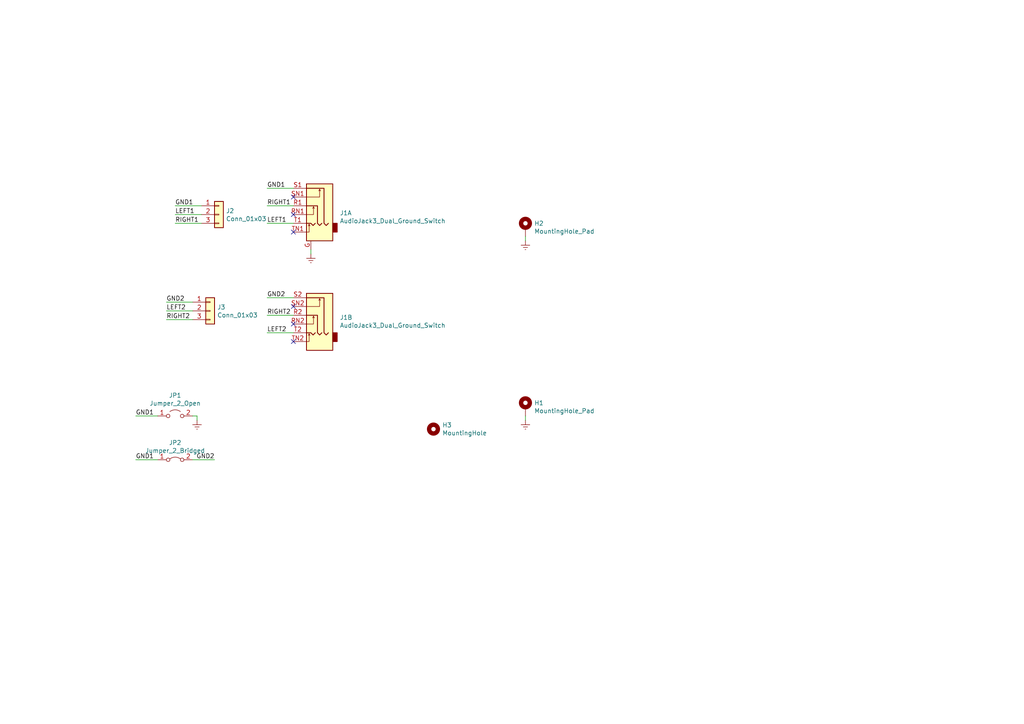
<source format=kicad_sch>
(kicad_sch (version 20211123) (generator eeschema)
  (paper "A4")
  (lib_symbols
    (symbol "Connector:AudioJack3_Dual_Ground_Switch"
      (property "Reference" "J" (at 0 11.43 0))
      (property "Value" "AudioJack3_Dual_Ground_Switch" (at 0 8.89 0))
      (symbol "AudioJack3_Dual_Ground_Switch_0_1"
        (rectangle (start -6.35 -5.08) (end -7.62 -7.62) (stroke (width 0.254)) (fill (type outline)))
        (polyline (pts (xy -2.54 4.826) (xy -2.286 4.318)))
        (polyline (pts (xy -0.762 -0.254) (xy -0.508 -0.762)))
        (polyline (pts (xy 0.508 -5.334) (xy 0.762 -5.842)))
        (polyline (pts (xy 1.27 0) (xy 2.54 0)))
        (polyline (pts (xy 2.54 -5.08) (xy 1.27 -5.08)))
        (polyline (pts (xy 2.54 5.08) (xy 1.27 5.08)))
        (polyline (pts (xy -1.27 -5.08) (xy -0.635 -5.715) (xy 0 -5.08) (xy 1.27 -5.08)) (stroke (width 0.254)))
        (polyline (pts (xy 2.54 -7.62) (xy 0.508 -7.62) (xy 0.508 -5.334) (xy 0.254 -5.842)))
        (polyline (pts (xy 2.54 -2.54) (xy -0.762 -2.54) (xy -0.762 -0.254) (xy -1.016 -0.762)))
        (polyline (pts (xy 2.54 2.54) (xy -2.54 2.54) (xy -2.54 4.826) (xy -2.794 4.318)))
        (polyline (pts (xy -3.175 -5.08) (xy -2.54 -5.715) (xy -1.905 -5.08) (xy -1.905 0) (xy 1.27 0)) (stroke (width 0.254)))
        (polyline (pts (xy 1.27 5.08) (xy -3.81 5.08) (xy -3.81 -5.08) (xy -4.445 -5.715) (xy -5.08 -5.08)) (stroke (width 0.254)))
        (rectangle (start 1.27 6.35) (end -6.35 -10.16) (stroke (width 0.254)) (fill (type background)))
      )
      (symbol "AudioJack3_Dual_Ground_Switch_1_1"
        (pin passive line (at 0 -12.7 90) (length 2.54) (name "~") (number "G"))
        (pin passive line (at 5.08 0 180) (length 2.54) (name "~") (number "R1"))
        (pin passive line (at 5.08 -2.54 180) (length 2.54) (name "~") (number "RN1"))
        (pin passive line (at 5.08 5.08 180) (length 2.54) (name "~") (number "S1"))
        (pin passive line (at 5.08 2.54 180) (length 2.54) (name "~") (number "SN1"))
        (pin passive line (at 5.08 -5.08 180) (length 2.54) (name "~") (number "T1"))
        (pin passive line (at 5.08 -7.62 180) (length 2.54) (name "~") (number "TN1"))
      )
      (symbol "AudioJack3_Dual_Ground_Switch_2_1"
        (pin passive line (at 5.08 0 180) (length 2.54) (name "~") (number "R2"))
        (pin passive line (at 5.08 -2.54 180) (length 2.54) (name "~") (number "RN2"))
        (pin passive line (at 5.08 5.08 180) (length 2.54) (name "~") (number "S2"))
        (pin passive line (at 5.08 2.54 180) (length 2.54) (name "~") (number "SN2"))
        (pin passive line (at 5.08 -5.08 180) (length 2.54) (name "~") (number "T2"))
        (pin passive line (at 5.08 -7.62 180) (length 2.54) (name "~") (number "TN2"))
      )
    )
    (symbol "Connector_Generic:Conn_01x03" (pin_names (offset 1.016) hide)
      (property "Reference" "J" (at 0 5.08 0))
      (property "Value" "Conn_01x03" (at 0 -5.08 0))
      (symbol "Conn_01x03_1_1"
        (rectangle (start -1.27 -2.413) (end 0 -2.667) (stroke (width 0.1524)))
        (rectangle (start -1.27 0.127) (end 0 -0.127) (stroke (width 0.1524)))
        (rectangle (start -1.27 2.667) (end 0 2.413) (stroke (width 0.1524)))
        (rectangle (start -1.27 3.81) (end 1.27 -3.81) (stroke (width 0.254)) (fill (type background)))
        (pin passive line (at -5.08 2.54 0) (length 3.81) (name "Pin_1") (number "1"))
        (pin passive line (at -5.08 0 0) (length 3.81) (name "Pin_2") (number "2"))
        (pin passive line (at -5.08 -2.54 0) (length 3.81) (name "Pin_3") (number "3"))
      )
    )
    (symbol "Jumper:Jumper_2_Bridged" (pin_names (offset 0) hide)
      (property "Reference" "JP" (at 0 1.905 0))
      (property "Value" "Jumper_2_Bridged" (at 0 -2.54 0))
      (symbol "Jumper_2_Bridged_0_0"
        (circle (center -2.032 0) (radius 0.508))
        (circle (center 2.032 0) (radius 0.508))
      )
      (symbol "Jumper_2_Bridged_0_1"
        (arc (start 1.524 0.254) (mid 0 0.762) (end -1.524 0.254))
      )
      (symbol "Jumper_2_Bridged_1_1"
        (pin passive line (at -5.08 0 0) (length 2.54) (name "A") (number "1"))
        (pin passive line (at 5.08 0 180) (length 2.54) (name "B") (number "2"))
      )
    )
    (symbol "Jumper:Jumper_2_Open" (pin_names (offset 0) hide)
      (property "Reference" "JP" (at 0 2.794 0))
      (property "Value" "Jumper_2_Open" (at 0 -2.286 0))
      (symbol "Jumper_2_Open_0_0"
        (circle (center -2.032 0) (radius 0.508))
        (circle (center 2.032 0) (radius 0.508))
      )
      (symbol "Jumper_2_Open_0_1"
        (arc (start 1.524 1.27) (mid 0 1.778) (end -1.524 1.27))
      )
      (symbol "Jumper_2_Open_1_1"
        (pin passive line (at -5.08 0 0) (length 2.54) (name "A") (number "1"))
        (pin passive line (at 5.08 0 180) (length 2.54) (name "B") (number "2"))
      )
    )
    (symbol "Mechanical:MountingHole" (pin_names (offset 1.016))
      (property "Reference" "H" (at 0 5.08 0))
      (property "Value" "MountingHole" (at 0 3.175 0))
      (symbol "MountingHole_0_1"
        (circle (center 0 0) (radius 1.27) (stroke (width 1.27)))
      )
    )
    (symbol "Mechanical:MountingHole_Pad" (pin_numbers hide) (pin_names (offset 1.016) hide)
      (property "Reference" "H" (at 0 6.35 0))
      (property "Value" "MountingHole_Pad" (at 0 4.445 0))
      (symbol "MountingHole_Pad_0_1"
        (circle (center 0 1.27) (radius 1.27) (stroke (width 1.27)))
      )
      (symbol "MountingHole_Pad_1_1"
        (pin input line (at 0 -2.54 90) (length 2.54) (name "1") (number "1"))
      )
    )
    (symbol "power:Earth" (power) (pin_names (offset 0))
      (symbol "Earth_0_1"
        (polyline (pts (xy -0.635 -1.905) (xy 0.635 -1.905)))
        (polyline (pts (xy -0.127 -2.54) (xy 0.127 -2.54)))
        (polyline (pts (xy 0 -1.27) (xy 0 0)))
        (polyline (pts (xy 1.27 -1.27) (xy -1.27 -1.27)))
      )
      (symbol "Earth_1_1"
        (pin power_in line (at 0 0 270) (length 0) hide (name "Earth") (number "1"))
      )
    )
  )
  (no_connect (at 85.09 93.98))
  (no_connect (at 85.09 57.15))
  (no_connect (at 85.09 67.31))
  (no_connect (at 85.09 62.23))
  (no_connect (at 85.09 99.06))
  (no_connect (at 85.09 88.9))
  (wire (pts (xy 77.47 59.69) (xy 85.09 59.69)))
  (wire (pts (xy 55.88 92.71) (xy 48.26 92.71)))
  (wire (pts (xy 77.47 96.52) (xy 85.09 96.52)))
  (wire (pts (xy 152.4 121.92) (xy 152.4 120.65)))
  (wire (pts (xy 39.37 133.35) (xy 45.72 133.35)))
  (wire (pts (xy 152.4 69.85) (xy 152.4 68.58)))
  (wire (pts (xy 57.15 120.65) (xy 55.88 120.65)))
  (wire (pts (xy 50.8 64.77) (xy 58.42 64.77)))
  (wire (pts (xy 85.09 91.44) (xy 77.47 91.44)))
  (wire (pts (xy 85.09 54.61) (xy 77.47 54.61)))
  (wire (pts (xy 50.8 59.69) (xy 58.42 59.69)))
  (wire (pts (xy 50.8 62.23) (xy 58.42 62.23)))
  (wire (pts (xy 48.26 90.17) (xy 55.88 90.17)))
  (wire (pts (xy 55.88 87.63) (xy 48.26 87.63)))
  (wire (pts (xy 77.47 86.36) (xy 85.09 86.36)))
  (wire (pts (xy 62.23 133.35) (xy 55.88 133.35)))
  (wire (pts (xy 90.17 73.66) (xy 90.17 72.39)))
  (wire (pts (xy 85.09 64.77) (xy 77.47 64.77)))
  (wire (pts (xy 39.37 120.65) (xy 45.72 120.65)))
  (wire (pts (xy 57.15 121.92) (xy 57.15 120.65)))
  (label "LEFT2" (at 77.47 96.52 0))
  (label "GND1" (at 77.47 54.61 0))
  (label "RIGHT1" (at 50.8 64.77 0))
  (label "LEFT2" (at 48.26 90.17 0))
  (label "GND2" (at 77.47 86.36 0))
  (label "GND2" (at 48.26 87.63 0))
  (label "GND1" (at 50.8 59.69 0))
  (label "GND2" (at 62.23 133.35 180))
  (label "LEFT1" (at 77.47 64.77 0))
  (label "GND1" (at 39.37 133.35 0))
  (label "RIGHT2" (at 48.26 92.71 0))
  (label "GND1" (at 39.37 120.65 0))
  (label "RIGHT2" (at 77.47 91.44 0))
  (label "RIGHT1" (at 77.47 59.69 0))
  (label "LEFT1" (at 50.8 62.23 0))
  (symbol (lib_id "Mechanical:MountingHole") (at 125.73 124.46 0) (unit 1)
    (property "Reference" "H3" (at 128.27 123.2916 0) (effects (justify left)))
    (property "Value" "MountingHole" (at 128.27 125.603 0) (effects (justify left)))
    (property "Footprint" "MountingHole:MountingHole_3.2mm_M3_DIN965" (effects hide))
  )
  (symbol (lib_id "Connector:AudioJack3_Dual_Ground_Switch") (at 90.17 59.69 0) (mirror y) (unit 1)
    (property "Reference" "J1" (at 98.552 61.7728 0) (effects (justify right)))
    (property "Value" "AudioJack3_Dual_Ground_Switch" (at 98.552 64.0842 0) (effects (justify right)))
    (property "Footprint" "Connector_Audio:Jack_6.35mm_Neutrik_NSJ12HF-1_Horizontal" (effects hide))
  )
  (symbol (lib_id "Connector:AudioJack3_Dual_Ground_Switch") (at 90.17 91.44 0) (mirror y) (unit 2)
    (property "Reference" "J1" (at 98.552 92.075 0) (effects (justify right)))
    (property "Value" "AudioJack3_Dual_Ground_Switch" (at 98.552 94.3864 0) (effects (justify right)))
    (property "Footprint" "Connector_Audio:Jack_6.35mm_Neutrik_NSJ12HF-1_Horizontal" (effects hide))
  )
  (symbol (lib_id "Connector_Generic:Conn_01x03") (at 63.5 62.23 0) (unit 1)
    (property "Reference" "J2" (at 65.532 61.1632 0) (effects (justify left)))
    (property "Value" "Conn_01x03" (at 65.532 63.4746 0) (effects (justify left)))
    (property "Footprint" "Connector_PinHeader_2.54mm:PinHeader_1x03_P2.54mm_Vertical" (effects hide))
  )
  (symbol (lib_id "Connector_Generic:Conn_01x03") (at 60.96 90.17 0) (unit 1)
    (property "Reference" "J3" (at 62.992 89.1032 0) (effects (justify left)))
    (property "Value" "Conn_01x03" (at 62.992 91.4146 0) (effects (justify left)))
    (property "Footprint" "Connector_PinHeader_2.54mm:PinHeader_1x03_P2.54mm_Vertical" (effects hide))
  )
  (symbol (lib_id "Mechanical:MountingHole_Pad") (at 152.4 118.11 0) (unit 1)
    (property "Reference" "H1" (at 154.94 116.8654 0) (effects (justify left)))
    (property "Value" "MountingHole_Pad" (at 154.94 119.1768 0) (effects (justify left)))
    (property "Footprint" "MountingHole:MountingHole_3.2mm_M3_DIN965_Pad" (effects hide))
  )
  (symbol (lib_id "power:Earth") (at 152.4 121.92 0) (unit 1)
    (property "Reference" "#PWR0101" (effects hide))
    (property "Value" "Earth" (effects hide))
  )
  (symbol (lib_id "power:Earth") (at 90.17 73.66 0) (unit 1)
    (property "Reference" "#PWR0102" (effects hide))
    (property "Value" "Earth" (effects hide))
  )
  (symbol (lib_id "Mechanical:MountingHole_Pad") (at 152.4 66.04 0) (unit 1)
    (property "Reference" "H2" (at 154.94 64.7954 0) (effects (justify left)))
    (property "Value" "MountingHole_Pad" (at 154.94 67.1068 0) (effects (justify left)))
    (property "Footprint" "MountingHole:MountingHole_3.2mm_M3_DIN965_Pad" (effects hide))
  )
  (symbol (lib_id "power:Earth") (at 152.4 69.85 0) (unit 1)
    (property "Reference" "#PWR0105" (effects hide))
    (property "Value" "Earth" (effects hide))
  )
  (symbol (lib_id "Jumper:Jumper_2_Bridged") (at 50.8 133.35 0) (unit 1)
    (property "Reference" "JP2" (at 50.8 128.397 0))
    (property "Value" "Jumper_2_Bridged" (at 50.8 130.7084 0))
    (property "Footprint" "Jumper:SolderJumper-2_P1.3mm_Open_RoundedPad1.0x1.5mm" (effects hide))
  )
  (symbol (lib_id "Jumper:Jumper_2_Open") (at 50.8 120.65 0) (unit 1)
    (property "Reference" "JP1" (at 50.8 114.681 0))
    (property "Value" "Jumper_2_Open" (at 50.8 116.9924 0))
    (property "Footprint" "Jumper:SolderJumper-2_P1.3mm_Open_RoundedPad1.0x1.5mm" (effects hide))
  )
  (symbol (lib_id "power:Earth") (at 57.15 121.92 0) (unit 1)
    (property "Reference" "#PWR0106" (effects hide))
    (property "Value" "Earth" (effects hide))
  )
)
</source>
